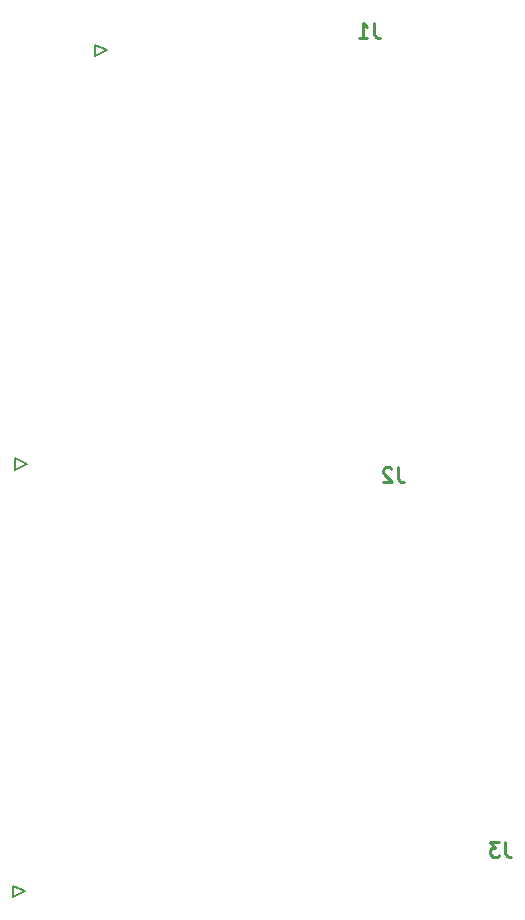
<source format=gbr>
%TF.GenerationSoftware,KiCad,Pcbnew,8.0.4*%
%TF.CreationDate,2024-07-29T20:22:16+09:30*%
%TF.ProjectId,2024_LED_Breakout_Board,32303234-5f4c-4454-945f-427265616b6f,rev?*%
%TF.SameCoordinates,Original*%
%TF.FileFunction,Legend,Bot*%
%TF.FilePolarity,Positive*%
%FSLAX46Y46*%
G04 Gerber Fmt 4.6, Leading zero omitted, Abs format (unit mm)*
G04 Created by KiCad (PCBNEW 8.0.4) date 2024-07-29 20:22:16*
%MOMM*%
%LPD*%
G01*
G04 APERTURE LIST*
%ADD10C,0.254000*%
%ADD11C,0.127000*%
G04 APERTURE END LIST*
D10*
X164608932Y-139004318D02*
X164608932Y-139911461D01*
X164608932Y-139911461D02*
X164669409Y-140092889D01*
X164669409Y-140092889D02*
X164790361Y-140213842D01*
X164790361Y-140213842D02*
X164971790Y-140274318D01*
X164971790Y-140274318D02*
X165092742Y-140274318D01*
X164064647Y-139125270D02*
X164004171Y-139064794D01*
X164004171Y-139064794D02*
X163883218Y-139004318D01*
X163883218Y-139004318D02*
X163580837Y-139004318D01*
X163580837Y-139004318D02*
X163459885Y-139064794D01*
X163459885Y-139064794D02*
X163399409Y-139125270D01*
X163399409Y-139125270D02*
X163338932Y-139246222D01*
X163338932Y-139246222D02*
X163338932Y-139367175D01*
X163338932Y-139367175D02*
X163399409Y-139548603D01*
X163399409Y-139548603D02*
X164125123Y-140274318D01*
X164125123Y-140274318D02*
X163338932Y-140274318D01*
X162576932Y-101361518D02*
X162576932Y-102268661D01*
X162576932Y-102268661D02*
X162637409Y-102450089D01*
X162637409Y-102450089D02*
X162758361Y-102571042D01*
X162758361Y-102571042D02*
X162939790Y-102631518D01*
X162939790Y-102631518D02*
X163060742Y-102631518D01*
X161306932Y-102631518D02*
X162032647Y-102631518D01*
X161669790Y-102631518D02*
X161669790Y-101361518D01*
X161669790Y-101361518D02*
X161790742Y-101542946D01*
X161790742Y-101542946D02*
X161911694Y-101663899D01*
X161911694Y-101663899D02*
X162032647Y-101724375D01*
X173702132Y-170703518D02*
X173702132Y-171610661D01*
X173702132Y-171610661D02*
X173762609Y-171792089D01*
X173762609Y-171792089D02*
X173883561Y-171913042D01*
X173883561Y-171913042D02*
X174064990Y-171973518D01*
X174064990Y-171973518D02*
X174185942Y-171973518D01*
X173218323Y-170703518D02*
X172432132Y-170703518D01*
X172432132Y-170703518D02*
X172855466Y-171187327D01*
X172855466Y-171187327D02*
X172674037Y-171187327D01*
X172674037Y-171187327D02*
X172553085Y-171247803D01*
X172553085Y-171247803D02*
X172492609Y-171308280D01*
X172492609Y-171308280D02*
X172432132Y-171429232D01*
X172432132Y-171429232D02*
X172432132Y-171731613D01*
X172432132Y-171731613D02*
X172492609Y-171852565D01*
X172492609Y-171852565D02*
X172553085Y-171913042D01*
X172553085Y-171913042D02*
X172674037Y-171973518D01*
X172674037Y-171973518D02*
X173036894Y-171973518D01*
X173036894Y-171973518D02*
X173157847Y-171913042D01*
X173157847Y-171913042D02*
X173218323Y-171852565D01*
D11*
%TO.C,J2*%
X132200000Y-138200000D02*
X133200000Y-138700000D01*
X132200000Y-139200000D02*
X132200000Y-138200000D01*
X133200000Y-138700000D02*
X132200000Y-139200000D01*
%TO.C,J1*%
X138950000Y-103200000D02*
X139950000Y-103700000D01*
X138950000Y-104200000D02*
X138950000Y-103200000D01*
X139950000Y-103700000D02*
X138950000Y-104200000D01*
%TO.C,J3*%
X132050000Y-174400000D02*
X133050000Y-174900000D01*
X132050000Y-175400000D02*
X132050000Y-174400000D01*
X133050000Y-174900000D02*
X132050000Y-175400000D01*
%TD*%
M02*

</source>
